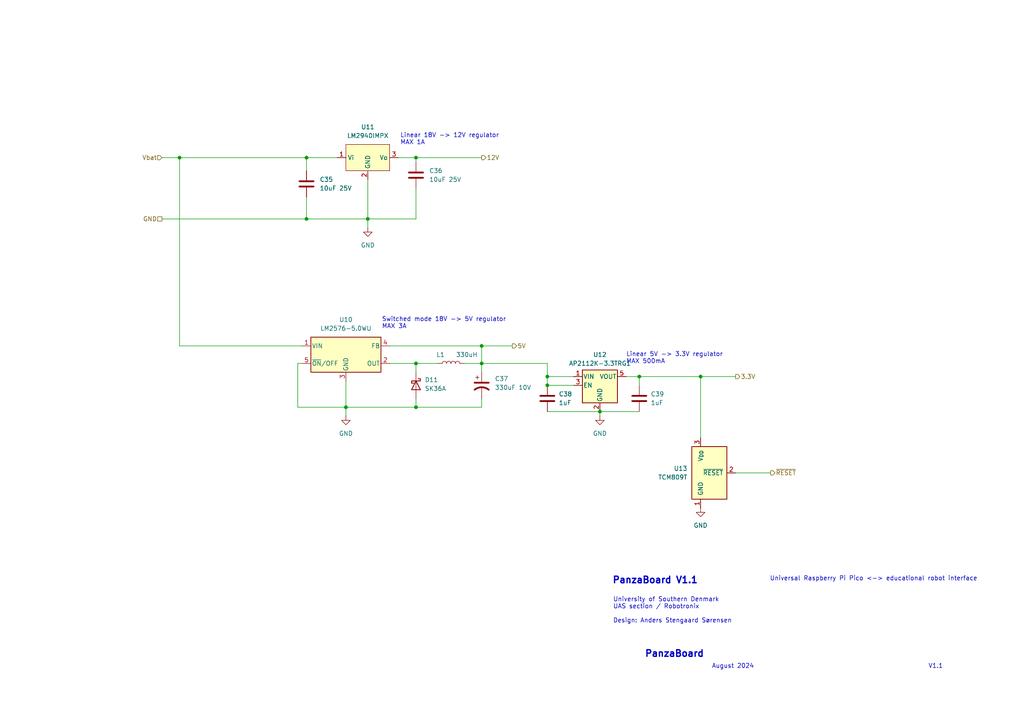
<source format=kicad_sch>
(kicad_sch (version 20231120) (generator "eeschema") (generator_version "8.0")
  (paper "A4")
  (lib_symbols
    (symbol "Device:C" (pin_numbers hide) (pin_names (offset 0.254))
      (property "Reference" "C" (at 0.635 2.54 0))
      (property "Value" "C" (at 0.635 -2.54 0))
      (symbol "C_0_1"
        (polyline (pts (xy -2.032 -0.762) (xy 2.032 -0.762)) (stroke (width 0.508)))
        (polyline (pts (xy -2.032 0.762) (xy 2.032 0.762)) (stroke (width 0.508)))
      )
      (symbol "C_1_1"
        (pin passive line (at 0 3.81 270) (length 2.794) (name "~") (number "1"))
        (pin passive line (at 0 -3.81 90) (length 2.794) (name "~") (number "2"))
      )
    )
    (symbol "Device:C_Polarized_US" (pin_numbers hide) (pin_names (offset 0.254) hide)
      (property "Reference" "C" (at 0.635 2.54 0))
      (property "Value" "C_Polarized_US" (at 0.635 -2.54 0))
      (symbol "C_Polarized_US_0_1"
        (polyline (pts (xy -2.032 0.762) (xy 2.032 0.762)) (stroke (width 0.508)))
        (polyline (pts (xy -1.778 2.286) (xy -0.762 2.286)))
        (polyline (pts (xy -1.27 1.778) (xy -1.27 2.794)))
        (arc (start 2.032 -1.27) (mid 0 -0.5572) (end -2.032 -1.27) (stroke (width 0.508)))
      )
      (symbol "C_Polarized_US_1_1"
        (pin passive line (at 0 3.81 270) (length 2.794) (name "~") (number "1"))
        (pin passive line (at 0 -3.81 90) (length 3.302) (name "~") (number "2"))
      )
    )
    (symbol "Device:D_Schottky" (pin_numbers hide) (pin_names (offset 1.016) hide)
      (property "Reference" "D" (at 0 2.54 0))
      (property "Value" "D_Schottky" (at 0 -2.54 0))
      (symbol "D_Schottky_0_1"
        (polyline (pts (xy 1.27 0) (xy -1.27 0)))
        (polyline (pts (xy 1.27 1.27) (xy 1.27 -1.27) (xy -1.27 0) (xy 1.27 1.27)) (stroke (width 0.254)))
        (polyline (pts (xy -1.905 0.635) (xy -1.905 1.27) (xy -1.27 1.27) (xy -1.27 -1.27) (xy -0.635 -1.27) (xy -0.635 -0.635)) (stroke (width 0.254)))
      )
      (symbol "D_Schottky_1_1"
        (pin passive line (at -3.81 0 0) (length 2.54) (name "K") (number "1"))
        (pin passive line (at 3.81 0 180) (length 2.54) (name "A") (number "2"))
      )
    )
    (symbol "Device:L" (pin_numbers hide) (pin_names (offset 1.016) hide)
      (property "Reference" "L" (at -1.27 0 90))
      (property "Value" "L" (at 1.905 0 90))
      (symbol "L_0_1"
        (arc (start 0 -2.54) (mid 0.6323 -1.905) (end 0 -1.27))
        (arc (start 0 -1.27) (mid 0.6323 -0.635) (end 0 0))
        (arc (start 0 0) (mid 0.6323 0.635) (end 0 1.27))
        (arc (start 0 1.27) (mid 0.6323 1.905) (end 0 2.54))
      )
      (symbol "L_1_1"
        (pin passive line (at 0 3.81 270) (length 1.27) (name "1") (number "1"))
        (pin passive line (at 0 -3.81 90) (length 1.27) (name "2") (number "2"))
      )
    )
    (symbol "Power_Supervisor:TCM809" (pin_names (offset 1.016))
      (property "Reference" "U" (at 0 8.89 0))
      (property "Value" "TCM809" (at -1.27 -8.89 0))
      (symbol "TCM809_1_1"
        (rectangle (start -5.08 7.62) (end 5.08 -7.62) (stroke (width 0.254)) (fill (type background)))
        (pin power_in line (at -2.54 -10.16 90) (length 2.54) (name "GND") (number "1"))
        (pin output line (at 7.62 0 180) (length 2.54) (name "~{RESET}") (number "2"))
        (pin power_in line (at -2.54 10.16 270) (length 2.54) (name "V_{DD}") (number "3"))
      )
    )
    (symbol "Regulator_Linear:AP2112K-3.3" (pin_names (offset 0.254))
      (property "Reference" "U" (at -5.08 5.715 0))
      (property "Value" "AP2112K-3.3" (at 0 5.715 0))
      (symbol "AP2112K-3.3_0_1"
        (rectangle (start -5.08 4.445) (end 5.08 -5.08) (stroke (width 0.254)) (fill (type background)))
      )
      (symbol "AP2112K-3.3_1_1"
        (pin power_in line (at -7.62 2.54 0) (length 2.54) (name "VIN") (number "1"))
        (pin power_in line (at 0 -7.62 90) (length 2.54) (name "GND") (number "2"))
        (pin input line (at -7.62 0 0) (length 2.54) (name "EN") (number "3"))
        (pin no_connect line (at 5.08 0 180) (length 2.54) hide (name "NC") (number "4"))
        (pin power_out line (at 7.62 2.54 180) (length 2.54) (name "VOUT") (number "5"))
      )
    )
    (symbol "Regulator_Switching:LM2576HVS-5" (pin_names (offset 0.254))
      (property "Reference" "U" (at -10.16 6.35 0))
      (property "Value" "LM2576HVS-5" (at 0 6.35 0))
      (symbol "LM2576HVS-5_0_1"
        (rectangle (start -10.16 5.08) (end 10.16 -5.08) (stroke (width 0.254)) (fill (type background)))
      )
      (symbol "LM2576HVS-5_1_1"
        (pin power_in line (at -12.7 2.54 0) (length 2.54) (name "VIN") (number "1"))
        (pin output line (at 12.7 -2.54 180) (length 2.54) (name "OUT") (number "2"))
        (pin power_in line (at 0 -7.62 90) (length 2.54) (name "GND") (number "3"))
        (pin input line (at 12.7 2.54 180) (length 2.54) (name "FB") (number "4"))
        (pin input line (at -12.7 -2.54 0) (length 2.54) (name "~{ON}/OFF") (number "5"))
      )
    )
    (symbol "ass_ic:LM2940IMPX"
      (property "Reference" "U" (at 0 4.826 0))
      (property "Value" "LM2940IMPX" (at 10.668 -2.794 0))
      (symbol "LM2940IMPX_1_1"
        (rectangle (start -6.35 3.81) (end 6.35 -3.81) (fill (type background)))
        (pin power_in line (at -8.89 0 0) (length 2.54) (name "Vi") (number "1"))
        (pin power_in line (at 0 -6.35 90) (length 2.54) (name "GND") (number "2"))
        (pin power_out line (at 8.89 0 180) (length 2.54) (name "Vo") (number "3"))
      )
    )
    (symbol "power:GND" (power) (pin_numbers hide) (pin_names (offset 0) hide)
      (property "Value" "GND" (at 0 -3.81 0))
      (symbol "GND_0_1"
        (polyline (pts (xy 0 0) (xy 0 -1.27) (xy 1.27 -1.27) (xy 0 -2.54) (xy -1.27 -1.27) (xy 0 -1.27)))
      )
      (symbol "GND_1_1"
        (pin power_in line (at 0 0 270) (length 0) (name "~") (number "1"))
      )
    )
  )
  (junction (at 139.7 105.41))
  (junction (at 106.68 63.5))
  (junction (at 100.33 118.11))
  (junction (at 158.75 109.22))
  (junction (at 120.65 45.72))
  (junction (at 52.07 45.72))
  (junction (at 203.2 109.22))
  (junction (at 88.9 63.5))
  (junction (at 173.99 119.38))
  (junction (at 158.75 111.76))
  (junction (at 185.42 109.22))
  (junction (at 120.65 105.41))
  (junction (at 120.65 118.11))
  (junction (at 139.7 100.33))
  (junction (at 88.9 45.72))
  (wire (pts (xy 166.37 111.76) (xy 158.75 111.76)))
  (wire (pts (xy 106.68 63.5) (xy 106.68 66.04)))
  (wire (pts (xy 87.63 105.41) (xy 86.36 105.41)))
  (wire (pts (xy 158.75 119.38) (xy 173.99 119.38)))
  (wire (pts (xy 88.9 45.72) (xy 97.79 45.72)))
  (wire (pts (xy 139.7 118.11) (xy 139.7 115.57)))
  (wire (pts (xy 86.36 105.41) (xy 86.36 118.11)))
  (wire (pts (xy 106.68 63.5) (xy 120.65 63.5)))
  (wire (pts (xy 173.99 119.38) (xy 185.42 119.38)))
  (wire (pts (xy 134.62 105.41) (xy 139.7 105.41)))
  (wire (pts (xy 113.03 100.33) (xy 139.7 100.33)))
  (wire (pts (xy 139.7 100.33) (xy 148.59 100.33)))
  (wire (pts (xy 203.2 109.22) (xy 213.36 109.22)))
  (wire (pts (xy 120.65 54.61) (xy 120.65 63.5)))
  (wire (pts (xy 52.07 45.72) (xy 88.9 45.72)))
  (wire (pts (xy 88.9 57.15) (xy 88.9 63.5)))
  (wire (pts (xy 166.37 109.22) (xy 158.75 109.22)))
  (wire (pts (xy 100.33 110.49) (xy 100.33 118.11)))
  (wire (pts (xy 52.07 100.33) (xy 87.63 100.33)))
  (wire (pts (xy 100.33 118.11) (xy 100.33 120.65)))
  (wire (pts (xy 120.65 45.72) (xy 120.65 46.99)))
  (wire (pts (xy 86.36 118.11) (xy 100.33 118.11)))
  (wire (pts (xy 120.65 105.41) (xy 120.65 107.95)))
  (wire (pts (xy 203.2 109.22) (xy 203.2 127)))
  (wire (pts (xy 120.65 45.72) (xy 139.7 45.72)))
  (wire (pts (xy 52.07 45.72) (xy 52.07 100.33)))
  (wire (pts (xy 181.61 109.22) (xy 185.42 109.22)))
  (wire (pts (xy 46.99 63.5) (xy 88.9 63.5)))
  (wire (pts (xy 46.99 45.72) (xy 52.07 45.72)))
  (wire (pts (xy 106.68 52.07) (xy 106.68 63.5)))
  (wire (pts (xy 113.03 105.41) (xy 120.65 105.41)))
  (wire (pts (xy 120.65 118.11) (xy 139.7 118.11)))
  (wire (pts (xy 173.99 119.38) (xy 173.99 120.65)))
  (wire (pts (xy 120.65 105.41) (xy 127 105.41)))
  (wire (pts (xy 158.75 111.76) (xy 158.75 109.22)))
  (wire (pts (xy 213.36 137.16) (xy 223.52 137.16)))
  (wire (pts (xy 88.9 45.72) (xy 88.9 49.53)))
  (wire (pts (xy 158.75 105.41) (xy 158.75 109.22)))
  (wire (pts (xy 139.7 100.33) (xy 139.7 105.41)))
  (wire (pts (xy 185.42 109.22) (xy 203.2 109.22)))
  (wire (pts (xy 88.9 63.5) (xy 106.68 63.5)))
  (wire (pts (xy 100.33 118.11) (xy 120.65 118.11)))
  (wire (pts (xy 139.7 105.41) (xy 158.75 105.41)))
  (wire (pts (xy 185.42 109.22) (xy 185.42 111.76)))
  (wire (pts (xy 115.57 45.72) (xy 120.65 45.72)))
  (wire (pts (xy 139.7 105.41) (xy 139.7 107.95)))
  (wire (pts (xy 120.65 115.57) (xy 120.65 118.11)))
  (text "Linear 5V -> 3.3V regulator\nMAX 500mA" (at 181.61 103.886 0) (effects (font (size 1.27 1.27)) (justify left)))
  (text "August 2024" (at 212.598 193.294 0) (effects (font (size 1.27 1.27))))
  (text "University of Southern Denmark\nUAS section / Robotronix\n\nDesign: Anders Stengaard Sørensen" (at 177.8 177.038 0) (effects (font (size 1.27 1.27)) (justify left)))
  (text "Universal Raspberry Pi Pico <-> educational robot interface" (at 223.266 167.894 0) (effects (font (size 1.27 1.27)) (justify left)))
  (text "Linear 18V -> 12V regulator\nMAX 1A" (at 116.078 40.386 0) (effects (font (size 1.27 1.27)) (justify left)))
  (text "PanzaBoard V1.1" (at 177.546 168.402 0) (effects (font (size 1.905 1.905) (thickness 0.381) (bold yes)) (justify left)))
  (text "Switched mode 18V -> 5V regulator\nMAX 3A" (at 110.744 93.726 0) (effects (font (size 1.27 1.27)) (justify left)))
  (text "PanzaBoard" (at 186.944 189.738 0) (effects (font (size 1.905 1.905) (thickness 0.381) (bold yes)) (justify left)))
  (text "V1.1" (at 269.24 193.294 0) (effects (font (size 1.27 1.27)) (justify left)))
  (hierarchical_label "~{RESET}" (shape output) (at 223.52 137.16 0))
  (hierarchical_label "5V" (shape output) (at 148.59 100.33 0))
  (hierarchical_label "3.3V" (shape output) (at 213.36 109.22 0))
  (hierarchical_label "GND" (shape passive) (at 46.99 63.5 180))
  (hierarchical_label "Vbat" (shape input) (at 46.99 45.72 180))
  (hierarchical_label "12V" (shape output) (at 139.7 45.72 0))
  (symbol (lib_id "Regulator_Linear:AP2112K-3.3") (at 173.99 111.76 0) (unit 1)
    (property "Reference" "U12" (at 173.99 102.87 0))
    (property "Value" "AP2112K-3.3TRG1" (at 173.99 105.41 0))
    (property "Footprint" "Package_TO_SOT_SMD:SOT-23-5" (effects (hide yes)))
    (property "Datasheet" "https://www.diodes.com/assets/Datasheets/AP2112.pdf" (effects (hide yes)))
    (property "Description" "600mA low dropout linear regulator, with enable pin, 3.8V-6V input voltage range, 3.3V fixed positive output, SOT-23-5" (effects (hide yes)))
    (property "MFR" "AP2112K-3.3TRG1" (effects (hide yes)))
    (property "MFR#" "Diodes Incorporated " (effects (hide yes)))
    (property "Vendor" "Mouser" (effects (hide yes)))
    (property "Vendor ID" "621-AP2112K-3.3TRG1 " (effects (hide yes)))
  )
  (symbol (lib_id "power:GND") (at 203.2 147.32 0) (unit 1)
    (property "Reference" "#PWR074" (effects (hide yes)))
    (property "Value" "GND" (at 203.2 152.4 0))
    (property "Description" "Power symbol creates a global label with name \"GND\" , ground" (effects (hide yes)))
  )
  (symbol (lib_id "ass_ic:LM2940IMPX") (at 106.68 45.72 0) (unit 1)
    (property "Reference" "U11" (at 106.68 36.83 0))
    (property "Value" "LM2940IMPX" (at 106.68 39.37 0))
    (property "Footprint" "Package_TO_SOT_SMD:SOT-223-3_TabPin2" (effects (hide yes)))
    (property "Datasheet" "https://www.ti.com/lit/ds/symlink/lm2940-n.pdf?ts=1715579183071&ref_url=https%253A%252F%252Fwww.mouser.com%252F" (effects (hide yes)))
    (property "Description" "1-A Low Dropout Regulator 6-26V in" (effects (hide yes)))
  )
  (symbol (lib_id "Power_Supervisor:TCM809") (at 205.74 137.16 0) (unit 1)
    (property "Reference" "U13" (at 199.39 135.8899 0) (effects (justify right)))
    (property "Value" "TCM809T" (at 199.39 138.4299 0) (effects (justify right)))
    (property "Footprint" "Package_TO_SOT_SMD:SOT-323_SC-70" (effects (hide yes)))
    (property "Datasheet" "http://ww1.microchip.com/downloads/en/DeviceDoc/21661E.pdf" (effects (hide yes)))
    (property "Description" "Microcontroller reset monitor, active low output 3.04->3.11V threshold" (effects (hide yes)))
    (property "MFR" "TCM809TVLB713 " (effects (hide yes)))
    (property "MFR#" "Microchip Technology " (effects (hide yes)))
    (property "Vendor" "Mouser" (effects (hide yes)))
    (property "Vendor ID" "579-TCM809TVLB713 " (effects (hide yes)))
  )
  (symbol (lib_id "Device:L") (at 130.81 105.41 90) (unit 1)
    (property "Reference" "L1" (at 127.762 102.87 90))
    (property "Value" "330uH" (at 135.382 102.87 90))
    (property "Footprint" "ass_misc:L_Murata_6000B" (effects (hide yes)))
    (property "Datasheet" "https://www.mouser.dk/datasheet/2/281/1/kmp_6000b-2936289.pdf" (effects (hide yes)))
    (property "Description" "Inductor" (effects (hide yes)))
    (property "MFR" "60B334C " (effects (hide yes)))
    (property "MFR#" "Murata Power Solutions " (effects (hide yes)))
    (property "Vendor" "Mouser" (effects (hide yes)))
    (property "Vendor ID" "580-60B334C " (effects (hide yes)))
  )
  (symbol (lib_id "Regulator_Switching:LM2576HVS-5") (at 100.33 102.87 0) (unit 1)
    (property "Reference" "U10" (at 100.33 92.71 0))
    (property "Value" "LM2576-5.0WU" (at 100.33 95.25 0))
    (property "Footprint" "Package_TO_SOT_SMD:TO-263-5_TabPin3" (effects (hide yes)))
    (property "Datasheet" "http://www.ti.com/lit/ds/symlink/lm2576.pdf" (effects (hide yes)))
    (property "Description" "5V 3A, SIMPLE SWITCHER® Step-Down Voltage Regulator, High Voltage Input, TO-263" (effects (hide yes)))
    (property "MFR" "LM2576-5.0WU " (effects (hide yes)))
    (property "MFR#" "Microchip Technology " (effects (hide yes)))
    (property "Vendor" "Mouser" (effects (hide yes)))
    (property "Vendor ID" "998-LM2576-5.0WU" (effects (hide yes)))
  )
  (symbol (lib_id "Device:C") (at 158.75 115.57 0) (unit 1)
    (property "Reference" "C38" (at 162.052 114.3 0) (effects (justify left)))
    (property "Value" "1uF" (at 162.052 116.84 0) (effects (justify left)))
    (property "Footprint" "Capacitor_SMD:C_1206_3216Metric" (effects (hide yes)))
    (property "Description" "1uF 25V" (effects (hide yes)))
    (property "MFR" "YAGEO" (effects (hide yes)))
    (property "MFR#" "CC0603KPX5R8BB105" (effects (hide yes)))
    (property "Vendor" "Mouser" (effects (hide yes)))
    (property "Vendor ID" "603-CC603KPX5R8BB105" (effects (hide yes)))
  )
  (symbol (lib_id "Device:C") (at 185.42 115.57 0) (unit 1)
    (property "Reference" "C39" (at 188.722 114.3 0) (effects (justify left)))
    (property "Value" "1uF" (at 188.722 116.84 0) (effects (justify left)))
    (property "Footprint" "Capacitor_SMD:C_1206_3216Metric" (effects (hide yes)))
    (property "Description" "1uF 25V" (effects (hide yes)))
    (property "MFR" "YAGEO" (effects (hide yes)))
    (property "MFR#" "CC0603KPX5R8BB105" (effects (hide yes)))
    (property "Vendor" "Mouser" (effects (hide yes)))
    (property "Vendor ID" "603-CC603KPX5R8BB105" (effects (hide yes)))
  )
  (symbol (lib_id "power:GND") (at 173.99 120.65 0) (unit 1)
    (property "Reference" "#PWR073" (effects (hide yes)))
    (property "Value" "GND" (at 173.99 125.73 0))
    (property "Description" "Power symbol creates a global label with name \"GND\" , ground" (effects (hide yes)))
  )
  (symbol (lib_id "power:GND") (at 100.33 120.65 0) (unit 1)
    (property "Reference" "#PWR071" (effects (hide yes)))
    (property "Value" "GND" (at 100.33 125.73 0))
    (property "Description" "Power symbol creates a global label with name \"GND\" , ground" (effects (hide yes)))
  )
  (symbol (lib_id "power:GND") (at 106.68 66.04 0) (unit 1)
    (property "Reference" "#PWR072" (effects (hide yes)))
    (property "Value" "GND" (at 106.68 71.12 0))
    (property "Description" "Power symbol creates a global label with name \"GND\" , ground" (effects (hide yes)))
  )
  (symbol (lib_id "Device:C_Polarized_US") (at 139.7 111.76 0) (unit 1)
    (property "Reference" "C37" (at 143.51 109.8549 0) (effects (justify left)))
    (property "Value" "330uF 10V" (at 143.51 112.3949 0) (effects (justify left)))
    (property "Footprint" "Capacitor_THT:CP_Radial_D10.0mm_P5.00mm" (effects (hide yes)))
    (property "Description" "35V. Low ESR" (effects (hide yes)))
    (property "MFR" "870575575005 " (effects (hide yes)))
    (property "MFR#" "Wurth Elektronik " (effects (hide yes)))
    (property "Vendor" "Mouser" (effects (hide yes)))
    (property "Vendor ID" "710-870575575005 " (effects (hide yes)))
  )
  (symbol (lib_id "Device:C") (at 88.9 53.34 0) (unit 1)
    (property "Reference" "C35" (at 92.71 52.0699 0) (effects (justify left)))
    (property "Value" "10uF 25V" (at 92.71 54.6099 0) (effects (justify left)))
    (property "Footprint" "Capacitor_SMD:C_1206_3216Metric" (effects (hide yes)))
    (property "Description" "10uF 25V" (effects (hide yes)))
    (property "MFR" "Samsung Electro-Mechanics " (effects (hide yes)))
    (property "MFR#" "CL31A106KAHNFNE " (effects (hide yes)))
    (property "Vendor" "Mouser" (effects (hide yes)))
    (property "Vendor ID" "187-CL31A106KAHNFNE " (effects (hide yes)))
  )
  (symbol (lib_id "Device:D_Schottky") (at 120.65 111.76 270) (unit 1)
    (property "Reference" "D11" (at 123.19 110.1724 90) (effects (justify left)))
    (property "Value" "SK36A" (at 123.19 112.7124 90) (effects (justify left)))
    (property "Footprint" "Diode_SMD:D_SMA" (effects (hide yes)))
    (property "Datasheet" "https://www.mouser.dk/datasheet/2/258/SK32A_L_SK310A_L_DO_214AC_-2492210.pdf" (effects (hide yes)))
    (property "Description" "3A shottky diode" (effects (hide yes)))
    (property "MFR" "833-SK36A-LTP " (effects (hide yes)))
    (property "MFR#" "Micro Commercial Components (MCC) " (effects (hide yes)))
    (property "Vendor" "Mouser" (effects (hide yes)))
    (property "Vendor ID" "833-SK36A-LTP " (effects (hide yes)))
  )
  (symbol (lib_id "Device:C") (at 120.65 50.8 0) (unit 1)
    (property "Reference" "C36" (at 124.46 49.5299 0) (effects (justify left)))
    (property "Value" "10uF 25V" (at 124.46 52.0699 0) (effects (justify left)))
    (property "Footprint" "Capacitor_SMD:C_1206_3216Metric" (effects (hide yes)))
    (property "Description" "10uF 25V" (effects (hide yes)))
    (property "MFR" "Samsung Electro-Mechanics " (effects (hide yes)))
    (property "MFR#" "CL31A106KAHNFNE " (effects (hide yes)))
    (property "Vendor" "Mouser" (effects (hide yes)))
    (property "Vendor ID" "187-CL31A106KAHNFNE " (effects (hide yes)))
  )
)
</source>
